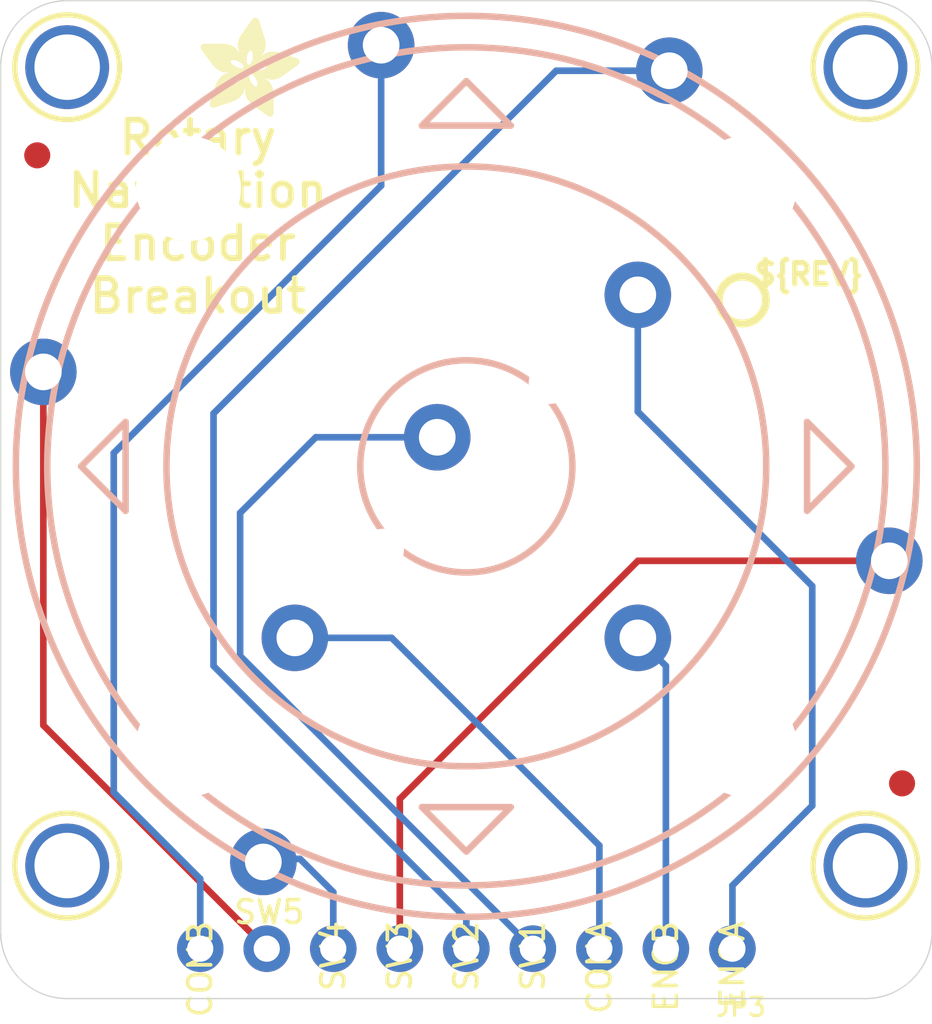
<source format=kicad_pcb>
(kicad_pcb (version 20240108) (generator "pcbnew") (generator_version "8.0")
  (layers (0 "F.Cu" signal) (31 "B.Cu" signal) (34 "B.Paste" user) (35 "F.Paste" user) (36 "B.SilkS" user "B.Silkscreen") (37 "F.SilkS" user "F.Silkscreen") (38 "B.Mask" user) (39 "F.Mask" user) (44 "Edge.Cuts" user))
  (net 0 "")
  (net 1 "ENC_A")
  (net 2 "ENC_B")
  (net 3 "SW1")
  (net 4 "SW2")
  (net 5 "SW3")
  (net 6 "SW4")
  (net 7 "SW5")
  (net 8 "COMA")
  (net 9 "COMB")
  (footprint "Adafruit ANO Rotary Encoder Breakout:MOUNTINGHOLE_2.5_PLATED" (layer "F.Cu") (at 163.7411 118.9736 180)
    (property "Reference" "U$25" (hide yes))
    (property "Value" "MOUNTINGHOLE2.5" (hide yes))
    (pad "P$1" thru_hole circle (at 0 0 180) (size 3.2 3.2) (drill 2.5) (layers "*.Cu" "*.Mask"))
  )
  (footprint "Adafruit ANO Rotary Encoder Breakout:MOUNTINGHOLE_2.5_PLATED" (layer "F.Cu") (at 133.2611 88.4936 180)
    (property "Reference" "U$30" (hide yes))
    (property "Value" "MOUNTINGHOLE2.5" (hide yes))
    (pad "P$1" thru_hole circle (at 0 0 180) (size 3.2 3.2) (drill 2.5) (layers "*.Cu" "*.Mask"))
  )
  (footprint "Adafruit ANO Rotary Encoder Breakout:FIDUCIAL_1MM" (layer "F.Cu") (at 165.1381 115.8367 180)
    (property "Reference" "FID4" (hide yes))
    (property "Value" "FIDUCIAL_1MM" (hide yes))
    (pad "1" smd roundrect (at 0 0 180) (size 1 1) (layers "F.Cu" "F.Mask") (roundrect_rratio 0.5))
  )
  (footprint "Adafruit ANO Rotary Encoder Breakout:MOUNTINGHOLE_2.5_PLATED" (layer "F.Cu") (at 133.2611 118.9736 180)
    (property "Reference" "U$27" (hide yes))
    (property "Value" "MOUNTINGHOLE2.5" (hide yes))
    (pad "P$1" thru_hole circle (at 0 0 180) (size 3.2 3.2) (drill 2.5) (layers "*.Cu" "*.Mask"))
  )
  (footprint "Adafruit ANO Rotary Encoder Breakout:PCBFEAT-REV-040" (layer "F.Cu") (at 159.0421 97.3836 180)
    (property "Reference" "U$33" (hide yes))
    (property "Value" "" (hide yes))
    (fp_text user "${REV}" (at -0.3556 0.508 180) (layer "F.SilkS") (effects (font (size 0.8128 0.8128) (thickness 0.2032)) (justify left bottom)))
  )
  (footprint "Adafruit ANO Rotary Encoder Breakout:MOUNTINGHOLE_2.5_PLATED" (layer "F.Cu") (at 163.7411 88.4936 180)
    (property "Reference" "U$29" (hide yes))
    (property "Value" "MOUNTINGHOLE2.5" (hide yes))
    (pad "P$1" thru_hole circle (at 0 0 180) (size 3.2 3.2) (drill 2.5) (layers "*.Cu" "*.Mask"))
  )
  (footprint "Adafruit ANO Rotary Encoder Breakout:1X09_ROUND_70" (layer "F.Cu") (at 148.5011 122.1486 180)
    (property "Reference" "JP3" (at -11.5062 -1.8288 0) (layer "F.SilkS") (effects (font (size 0.692831 0.692831) (thickness 0.119969)) (justify right top)))
    (property "Value" "")
    (pad "1" thru_hole circle (at -10.16 0 270) (size 1.778 1.778) (drill 1) (layers "*.Cu" "*.Mask") (net 1 "ENC_A"))
    (pad "2" thru_hole circle (at -7.62 0 270) (size 1.778 1.778) (drill 1) (layers "*.Cu" "*.Mask") (net 2 "ENC_B"))
    (pad "3" thru_hole circle (at -5.08 0 270) (size 1.778 1.778) (drill 1) (layers "*.Cu" "*.Mask") (net 8 "COMA"))
    (pad "4" thru_hole circle (at -2.54 0 270) (size 1.778 1.778) (drill 1) (layers "*.Cu" "*.Mask") (net 3 "SW1"))
    (pad "5" thru_hole circle (at 0 0 270) (size 1.778 1.778) (drill 1) (layers "*.Cu" "*.Mask") (net 4 "SW2"))
    (pad "6" thru_hole circle (at 2.54 0 270) (size 1.778 1.778) (drill 1) (layers "*.Cu" "*.Mask") (net 5 "SW3"))
    (pad "7" thru_hole circle (at 5.08 0 270) (size 1.778 1.778) (drill 1) (layers "*.Cu" "*.Mask") (net 6 "SW4"))
    (pad "8" thru_hole circle (at 7.62 0 270) (size 1.778 1.778) (drill 1) (layers "*.Cu" "*.Mask") (net 7 "SW5"))
    (pad "9" thru_hole circle (at 10.16 0 270) (size 1.778 1.778) (drill 1) (layers "*.Cu" "*.Mask") (net 9 "COMB"))
  )
  (footprint "Adafruit ANO Rotary Encoder Breakout:FIDUCIAL_1MM" (layer "F.Cu") (at 132.1181 91.8591 180)
    (property "Reference" "FID3" (hide yes))
    (property "Value" "FIDUCIAL_1MM" (hide yes))
    (pad "1" smd roundrect (at 0 0 180) (size 1 1) (layers "F.Cu" "F.Mask") (roundrect_rratio 0.5))
  )
  (footprint "Adafruit ANO Rotary Encoder Breakout:ADAFRUIT_3.5MM" (layer "F.Cu") (at 138.3411 90.3986)
    (property "Reference" "U$32" (hide yes))
    (property "Value" "" (hide yes))
  )
  (footprint "Adafruit ANO Rotary Encoder Breakout:ENCODER_ANO" (layer "B.Cu") (at 148.5011 103.7336 -45)
    (property "Reference" "X1" (hide yes))
    (property "Value" "ENCODER_ANO" (hide yes))
    (pad "" np_thru_hole circle (at -15 0 315) (size 4 4) (drill 4) (layers "*.Cu" "*.Mask"))
    (pad "" np_thru_hole circle (at 0 -15 315) (size 4 4) (drill 4) (layers "*.Cu" "*.Mask"))
    (pad "" np_thru_hole circle (at 0 -4.500001 315) (size 1.6 1.6) (drill 1.6) (layers "*.Cu" "*.Mask"))
    (pad "" np_thru_hole circle (at 0 4.500001 315) (size 1.6 1.6) (drill 1.6) (layers "*.Cu" "*.Mask"))
    (pad "" np_thru_hole circle (at 0 15 315) (size 4 4) (drill 4) (layers "*.Cu" "*.Mask"))
    (pad "" np_thru_hole circle (at 15 0 315) (size 4 4) (drill 4) (layers "*.Cu" "*.Mask"))
    (pad "A" thru_hole circle (at 0 -9.26 315) (size 2.54 2.54) (drill 1.4) (layers "*.Cu" "*.Mask") (net 1 "ENC_A"))
    (pad "B" thru_hole circle (at 9.26 0 315) (size 2.54 2.54) (drill 1.4) (layers "*.Cu" "*.Mask") (net 2 "ENC_B"))
    (pad "COM_A" thru_hole circle (at 0 9.26 315) (size 2.54 2.54) (drill 1.4) (layers "*.Cu" "*.Mask") (net 8 "COMA"))
    (pad "COM_B" thru_hole circle (at -13.67 -9.07 315) (size 2.54 2.54) (drill 1.4) (layers "*.Cu" "*.Mask") (net 9 "COMB"))
    (pad "S1" thru_hole circle (at -1.57 0 315) (size 2.54 2.54) (drill 1.4) (layers "*.Cu" "*.Mask") (net 3 "SW1"))
    (pad "S2" thru_hole circle (at -5.2 -16.16 315) (size 2.54 2.54) (drill 1.4) (layers "*.Cu" "*.Mask") (net 4 "SW2"))
    (pad "S3" thru_hole circle (at 13.97 -8.87 315) (size 2.54 2.54) (drill 1.4) (layers "*.Cu" "*.Mask") (net 5 "SW3"))
    (pad "S4" thru_hole circle (at 5.2 16.16 315) (size 2.54 2.54) (drill 1.4) (layers "*.Cu" "*.Mask") (net 6 "SW4"))
    (pad "S5" thru_hole circle (at -13.97 8.87 315) (size 2.54 2.54) (drill 1.4) (layers "*.Cu" "*.Mask") (net 7 "SW5"))
  )
  (gr_line (start 130.7211 88.4936) (end 130.7211 121.5136) (stroke (width 0.05)) (layer "Edge.Cuts"))
  (gr_arc (start 166.2811 121.5136) (mid 165.537151 123.309651) (end 163.7411 124.0536) (stroke (width 0.05)) (layer "Edge.Cuts"))
  (gr_arc (start 163.7411 85.9536) (mid 165.537151 86.697549) (end 166.2811 88.4936) (stroke (width 0.05)) (layer "Edge.Cuts"))
  (gr_line (start 163.7411 85.9536) (end 133.2611 85.9536) (stroke (width 0.05)) (layer "Edge.Cuts"))
  (gr_arc (start 130.7211 88.4936) (mid 131.465049 86.697549) (end 133.2611 85.9536) (stroke (width 0.05)) (layer "Edge.Cuts"))
  (gr_line (start 133.2611 124.0536) (end 163.7411 124.0536) (stroke (width 0.05)) (layer "Edge.Cuts"))
  (gr_arc (start 133.2611 124.0536) (mid 131.465049 123.309651) (end 130.7211 121.5136) (stroke (width 0.05)) (layer "Edge.Cuts"))
  (gr_line (start 166.2811 121.5136) (end 166.2811 88.4936) (stroke (width 0.05)) (layer "Edge.Cuts"))
  (gr_text "SW1" (at 151.0411 121.0056 90) (layer "F.SilkS") (effects (font (size 0.87376 0.87376) (thickness 0.14224)) (justify right)))
  (gr_text "Rotary\nNavigation\nEncoder\nBreakout" (at 138.249733 94.2086 0) (layer "F.SilkS") (effects (font (size 1.25222 1.25222) (thickness 0.22098))))
  (gr_text "COMA" (at 153.5811 121.0056 90) (layer "F.SilkS") (effects (font (size 0.87376 0.87376) (thickness 0.14224)) (justify right)))
  (gr_text "SW3" (at 145.9611 121.0056 90) (layer "F.SilkS") (effects (font (size 0.87376 0.87376) (thickness 0.14224)) (justify right)))
  (gr_text "ENCB" (at 156.1211 121.0056 90) (layer "F.SilkS") (effects (font (size 0.87376 0.87376) (thickness 0.14224)) (justify right)))
  (gr_text "COMB" (at 138.3411 121.0056 90) (layer "F.SilkS") (effects (font (size 0.87376 0.87376) (thickness 0.14224)) (justify right)))
  (gr_text "SW4" (at 143.4211 121.0056 90) (layer "F.SilkS") (effects (font (size 0.87376 0.87376) (thickness 0.14224)) (justify right)))
  (gr_text "SW5" (at 142.4051 120.7516 0) (layer "F.SilkS") (effects (font (size 0.87376 0.87376) (thickness 0.14224)) (justify right)))
  (gr_text "SW2" (at 148.5011 121.0056 90) (layer "F.SilkS") (effects (font (size 0.87376 0.87376) (thickness 0.14224)) (justify right)))
  (gr_text "ENCA" (at 158.6611 121.0056 90) (layer "F.SilkS") (effects (font (size 0.87376 0.87376) (thickness 0.14224)) (justify right)))
  (segment (start 161.7091 116.6876) (end 161.7091 108.3056) (width 0.254) (layer "B.Cu") (net 1))
  (segment (start 158.6611 119.7356) (end 161.7091 116.6876) (width 0.254) (layer "B.Cu") (net 1))
  (segment (start 158.6611 122.1486) (end 158.6611 119.7356) (width 0.254) (layer "B.Cu") (net 1))
  (segment (start 155.048906 101.645407) (end 155.048906 97.185794) (width 0.254) (layer "B.Cu") (net 1))
  (segment (start 161.7091 108.3056) (end 155.048906 101.645407) (width 0.254) (layer "B.Cu") (net 1))
  (segment (start 156.1211 111.3536) (end 155.048906 110.281406) (width 0.254) (layer "B.Cu") (net 2))
  (segment (start 156.1211 122.1486) (end 156.1211 111.3536) (width 0.254) (layer "B.Cu") (net 2))
  (segment (start 139.8651 105.5116) (end 142.753257 102.623444) (width 0.254) (layer "B.Cu") (net 3))
  (segment (start 151.0411 122.1486) (end 139.8651 110.9726) (width 0.254) (layer "B.Cu") (net 3))
  (segment (start 139.8651 110.9726) (end 139.8651 105.5116) (width 0.254) (layer "B.Cu") (net 3))
  (segment (start 142.753257 102.623444) (end 147.390944 102.623444) (width 0.254) (layer "B.Cu") (net 3))
  (segment (start 151.932987 88.6298) (end 156.250987 88.6298) (width 0.254) (layer "B.Cu") (net 4))
  (segment (start 148.5011 122.1486) (end 148.5011 121.0056) (width 0.254) (layer "B.Cu") (net 4))
  (segment (start 151.932987 88.6298) (end 138.8491 101.713688) (width 0.254) (layer "B.Cu") (net 4))
  (segment (start 138.8491 111.3536) (end 138.8491 101.713688) (width 0.254) (layer "B.Cu") (net 4))
  (segment (start 148.5011 121.0056) (end 138.8491 111.3536) (width 0.254) (layer "B.Cu") (net 4))
  (segment (start 155.054856 107.339843) (end 164.651418 107.339843) (width 0.254) (layer "F.Cu") (net 5))
  (segment (start 145.9611 122.1486) (end 145.9611 116.4336) (width 0.254) (layer "F.Cu") (net 5))
  (segment (start 145.9611 116.4336) (end 155.054856 107.339843) (width 0.254) (layer "F.Cu") (net 5))
  (segment (start 142.1511 118.7196) (end 140.869013 118.7196) (width 0.254) (layer "B.Cu") (net 6))
  (segment (start 143.4211 122.1486) (end 143.4211 119.9896) (width 0.254) (layer "B.Cu") (net 6))
  (segment (start 140.869013 118.7196) (end 140.751213 118.8374) (width 0.254) (layer "B.Cu") (net 6))
  (segment (start 143.4211 119.9896) (end 142.1511 118.7196) (width 0.254) (layer "B.Cu") (net 6))
  (segment (start 132.350782 113.618281) (end 132.350782 100.127357) (width 0.254) (layer "F.Cu") (net 7))
  (segment (start 140.8811 122.1486) (end 132.350782 113.618281) (width 0.254) (layer "F.Cu") (net 7))
  (segment (start 141.953294 110.281406) (end 145.650907 110.281406) (width 0.254) (layer "B.Cu") (net 8))
  (segment (start 153.5811 118.2116) (end 153.5811 122.1486) (width 0.254) (layer "B.Cu") (net 8))
  (segment (start 145.650907 110.281406) (end 153.5811 118.2116) (width 0.254) (layer "B.Cu") (net 8))
  (segment (start 145.24841 93.016291) (end 145.24841 87.653994) (width 0.254) (layer "B.Cu") (net 9))
  (segment (start 135.0391 116.1796) (end 135.0391 103.2256) (width 0.254) (layer "B.Cu") (net 9))
  (segment (start 138.3411 119.4816) (end 135.0391 116.1796) (width 0.254) (layer "B.Cu") (net 9))
  (segment (start 138.3411 122.1486) (end 138.3411 119.4816) (width 0.254) (layer "B.Cu") (net 9))
  (segment (start 135.0391 103.2256) (end 145.24841 93.016291) (width 0.254) (layer "B.Cu") (net 9))
)
</source>
